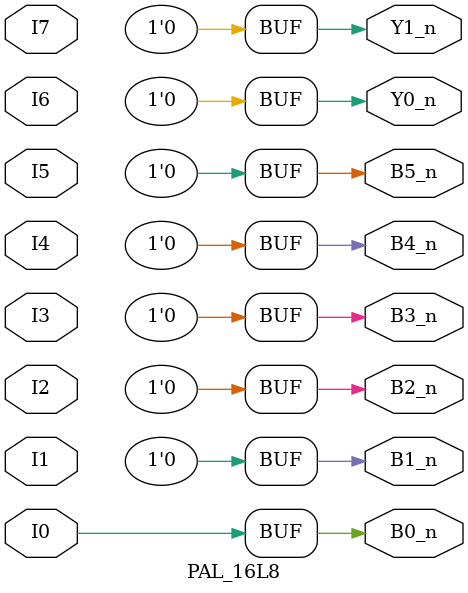
<source format=v>
module PAL_16L8(	// file.cleaned.mlir:2:3
  input  I0,	// file.cleaned.mlir:2:26
         I1,	// file.cleaned.mlir:2:39
         I2,	// file.cleaned.mlir:2:52
         I3,	// file.cleaned.mlir:2:65
         I4,	// file.cleaned.mlir:2:78
         I5,	// file.cleaned.mlir:2:91
         I6,	// file.cleaned.mlir:2:104
         I7,	// file.cleaned.mlir:2:117
  output Y0_n,	// file.cleaned.mlir:2:131
         Y1_n,	// file.cleaned.mlir:2:146
         B0_n,	// file.cleaned.mlir:2:161
         B1_n,	// file.cleaned.mlir:2:176
         B2_n,	// file.cleaned.mlir:2:191
         B3_n,	// file.cleaned.mlir:2:206
         B4_n,	// file.cleaned.mlir:2:221
         B5_n	// file.cleaned.mlir:2:236
);

  assign Y0_n = 1'h0;	// file.cleaned.mlir:3:14, :4:5
  assign Y1_n = 1'h0;	// file.cleaned.mlir:3:14, :4:5
  assign B0_n = I0;	// file.cleaned.mlir:4:5
  assign B1_n = 1'h0;	// file.cleaned.mlir:3:14, :4:5
  assign B2_n = 1'h0;	// file.cleaned.mlir:3:14, :4:5
  assign B3_n = 1'h0;	// file.cleaned.mlir:3:14, :4:5
  assign B4_n = 1'h0;	// file.cleaned.mlir:3:14, :4:5
  assign B5_n = 1'h0;	// file.cleaned.mlir:3:14, :4:5
endmodule


</source>
